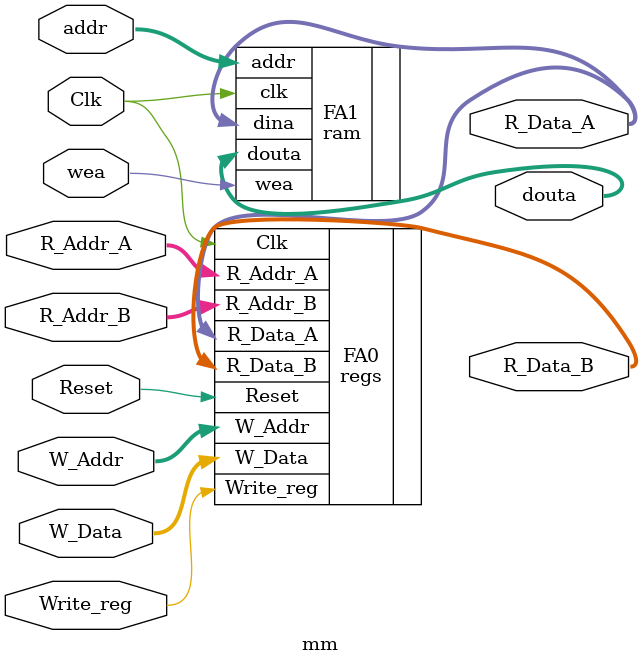
<source format=v>
`timescale 1ns / 1ps
module mm(
		R_Addr_A,
		R_Addr_B,
		Clk,
		W_Addr,
		W_Data,
		R_Data_A,
		R_Data_B,
		Reset,
		Write_reg,
		wea,
		addr,
		douta);
	input Clk;
	input Reset;
	input [4:0] R_Addr_A;
	input [4:0] R_Addr_B;
	input [4:0] W_Addr;
	output [31:0] R_Data_A;
	output [31:0] R_Data_B;
	input [31:0] W_Data;
	input wire Write_reg;
	input wire wea;
	input [7:2] addr;
	output [31:0] douta;
	
	regs FA0(
				.R_Addr_A(R_Addr_A),
				.R_Addr_B(R_Addr_B),
				.Clk(Clk),
				.W_Addr(W_Addr),
				.W_Data(W_Data),
				.Reset(Reset),
				.R_Data_A(R_Data_A),
				.R_Data_B(R_Data_B),
				.Write_reg(Write_reg));
				
	ram FA1(
				.wea(wea),
				.addr(addr[7:2]),
				.dina(R_Data_A),
				.douta(douta),
				.clk(Clk));

endmodule
</source>
